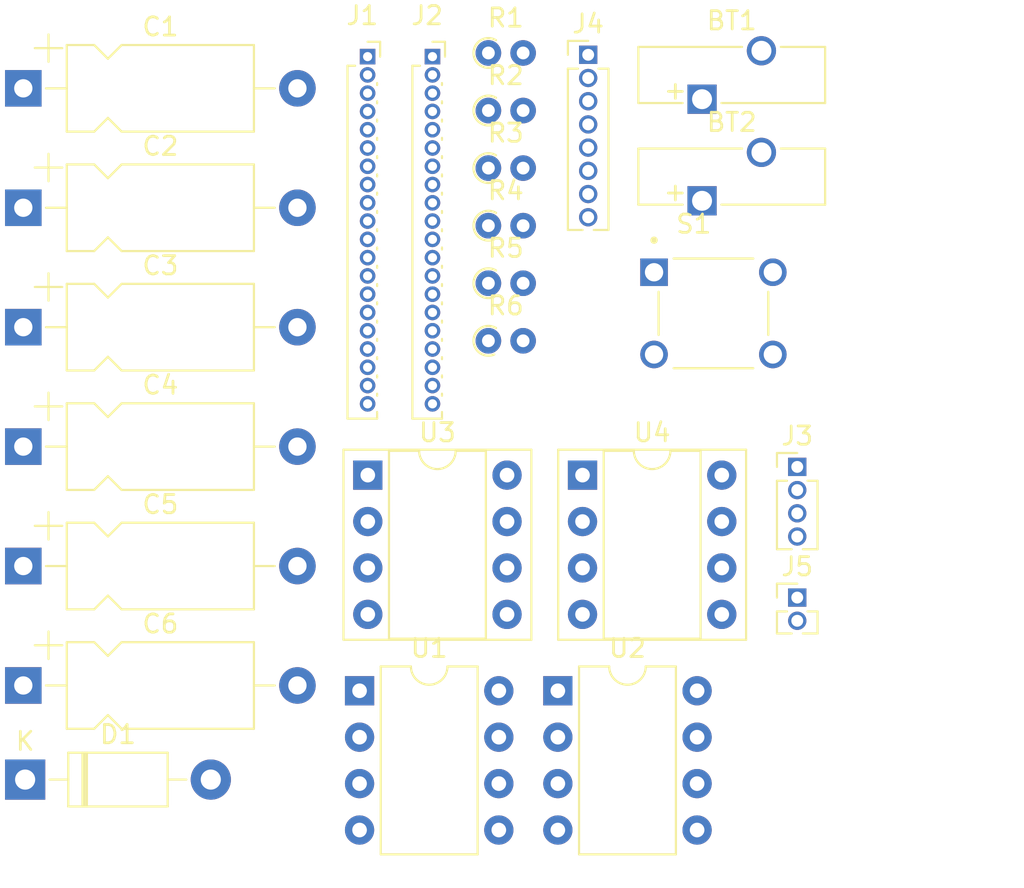
<source format=kicad_pcb>
(kicad_pcb (version 20221018) (generator pcbnew)
  (layers (0 "F.Cu" signal) (31 "B.Cu" signal) (34 "B.Paste" user) (35 "F.Paste" user) (36 "B.SilkS" user "B.Silkscreen") (37 "F.SilkS" user "F.Silkscreen") (38 "B.Mask" user) (39 "F.Mask" user) (44 "Edge.Cuts" user))
  (net 0 "")
  (net 1 "VCC")
  (net 2 "Earth")
  (net 3 "VCCQ")
  (net 4 "Net-(C1-Pad1)")
  (net 5 "Net-(J2-Pin_19)")
  (net 6 "Net-(J3-Pin_1)")
  (net 7 "Net-(J5-Pin_1)")
  (net 8 "Net-(D1-K)")
  (net 9 "Net-(D1-A)")
  (net 10 "Net-(J1-Pin_1)")
  (net 11 "Net-(J1-Pin_2)")
  (net 12 "Net-(J1-Pin_4)")
  (net 13 "Net-(J1-Pin_5)")
  (net 14 "Net-(J1-Pin_6)")
  (net 15 "Net-(J1-Pin_7)")
  (net 27 "Net-(J1-Pin_19)")
  (net 28 "Net-(J1-Pin_20)")
  (net 48 "Net-(U2-THR)")
  (footprint "Connector_PinSocket_1.00mm:PinSocket_1x20_P1.00mm_Vertical" (layer "F.Cu") (at 129.29 46.58)
    (fp_text reference "J1" (at -0.29 -2.25) (layer "F.SilkS"))
    (fp_text value "Pcio Socket 1")
    (fp_line (start -1.1 0.5) (end -1.1 19.81) (stroke (width 0.12)) (layer "F.SilkS"))
    (fp_line (start -1.1 0.5) (end -0.685 0.5) (stroke (width 0.12)) (layer "F.SilkS"))
    (fp_line (start -1.1 19.81) (end 0.52 19.81) (stroke (width 0.12)) (layer "F.SilkS"))
    (fp_line (start 0 -0.81) (end 0.685 -0.81) (stroke (width 0.12)) (layer "F.SilkS"))
    (fp_line (start 0.52 1.445898) (end 0.52 1.554102) (stroke (width 0.12)) (layer "F.SilkS"))
    (fp_line (start 0.52 2.445898) (end 0.52 2.554102) (stroke (width 0.12)) (layer "F.SilkS"))
    (fp_line (start 0.52 3.445898) (end 0.52 3.554102) (stroke (width 0.12)) (layer "F.SilkS"))
    (fp_line (start 0.52 4.445898) (end 0.52 4.554102) (stroke (width 0.12)) (layer "F.SilkS"))
    (fp_line (start 0.52 5.445898) (end 0.52 5.554102) (stroke (width 0.12)) (layer "F.SilkS"))
    (fp_line (start 0.52 6.445898) (end 0.52 6.554102) (stroke (width 0.12)) (layer "F.SilkS"))
    (fp_line (start 0.52 7.445898) (end 0.52 7.554102) (stroke (width 0.12)) (layer "F.SilkS"))
    (fp_line (start 0.52 8.445898) (end 0.52 8.554102) (stroke (width 0.12)) (layer "F.SilkS"))
    (fp_line (start 0.52 9.445898) (end 0.52 9.554102) (stroke (width 0.12)) (layer "F.SilkS"))
    (fp_line (start 0.52 10.445898) (end 0.52 10.554102) (stroke (width 0.12)) (layer "F.SilkS"))
    (fp_line (start 0.52 11.445898) (end 0.52 11.554102) (stroke (width 0.12)) (layer "F.SilkS"))
    (fp_line (start 0.52 12.445898) (end 0.52 12.554102) (stroke (width 0.12)) (layer "F.SilkS"))
    (fp_line (start 0.52 13.445898) (end 0.52 13.554102) (stroke (width 0.12)) (layer "F.SilkS"))
    (fp_line (start 0.52 14.445898) (end 0.52 14.554102) (stroke (width 0.12)) (layer "F.SilkS"))
    (fp_line (start 0.52 15.445898) (end 0.52 15.554102) (stroke (width 0.12)) (layer "F.SilkS"))
    (fp_line (start 0.52 16.445898) (end 0.52 16.554102) (stroke (width 0.12)) (layer "F.SilkS"))
    (fp_line (start 0.52 17.445898) (end 0.52 17.554102) (stroke (width 0.12)) (layer "F.SilkS"))
    (fp_line (start 0.52 18.445898) (end 0.52 18.554102) (stroke (width 0.12)) (layer "F.SilkS"))
    (fp_line (start 0.52 19.445898) (end 0.52 19.81) (stroke (width 0.12)) (layer "F.SilkS"))
    (fp_line (start 0.685 -0.81) (end 0.685 0) (stroke (width 0.12)) (layer "F.SilkS"))
    (pad "1" thru_hole rect (at 0 0) (size 0.85 0.85) (drill 0.5) (layers "*.Cu" "*.Mask") (net 10 "Net-(J1-Pin_1)"))
    (pad "2" thru_hole oval (at 0 1) (size 0.85 0.85) (drill 0.5) (layers "*.Cu" "*.Mask") (net 11 "Net-(J1-Pin_2)"))
    (pad "3" thru_hole oval (at 0 2) (size 0.85 0.85) (drill 0.5) (layers "*.Cu" "*.Mask") (net 2 "Earth"))
    (pad "4" thru_hole oval (at 0 3) (size 0.85 0.85) (drill 0.5) (layers "*.Cu" "*.Mask") (net 12 "Net-(J1-Pin_4)"))
    (pad "5" thru_hole oval (at 0 4) (size 0.85 0.85) (drill 0.5) (layers "*.Cu" "*.Mask") (net 13 "Net-(J1-Pin_5)"))
    (pad "6" thru_hole oval (at 0 5) (size 0.85 0.85) (drill 0.5) (layers "*.Cu" "*.Mask") (net 14 "Net-(J1-Pin_6)"))
    (pad "7" thru_hole oval (at 0 6) (size 0.85 0.85) (drill 0.5) (layers "*.Cu" "*.Mask") (net 15 "Net-(J1-Pin_7)"))
    (pad "8" thru_hole oval (at 0 7) (size 0.85 0.85) (drill 0.5) (layers "*.Cu" "*.Mask"))
    (pad "9" thru_hole oval (at 0 8) (size 0.85 0.85) (drill 0.5) (layers "*.Cu" "*.Mask"))
    (pad "10" thru_hole oval (at 0 9) (size 0.85 0.85) (drill 0.5) (layers "*.Cu" "*.Mask"))
    (pad "11" thru_hole oval (at 0 10) (size 0.85 0.85) (drill 0.5) (layers "*.Cu" "*.Mask"))
    (pad "12" thru_hole oval (at 0 11) (size 0.85 0.85) (drill 0.5) (layers "*.Cu" "*.Mask"))
    (pad "13" thru_hole oval (at 0 12) (size 0.85 0.85) (drill 0.5) (layers "*.Cu" "*.Mask"))
    (pad "14" thru_hole oval (at 0 13) (size 0.85 0.85) (drill 0.5) (layers "*.Cu" "*.Mask"))
    (pad "15" thru_hole oval (at 0 14) (size 0.85 0.85) (drill 0.5) (layers "*.Cu" "*.Mask"))
    (pad "16" thru_hole oval (at 0 15) (size 0.85 0.85) (drill 0.5) (layers "*.Cu" "*.Mask"))
    (pad "17" thru_hole oval (at 0 16) (size 0.85 0.85) (drill 0.5) (layers "*.Cu" "*.Mask"))
    (pad "18" thru_hole oval (at 0 17) (size 0.85 0.85) (drill 0.5) (layers "*.Cu" "*.Mask"))
    (pad "19" thru_hole oval (at 0 18) (size 0.85 0.85) (drill 0.5) (layers "*.Cu" "*.Mask") (net 27 "Net-(J1-Pin_19)"))
    (pad "20" thru_hole oval (at 0 19) (size 0.85 0.85) (drill 0.5) (layers "*.Cu" "*.Mask") (net 28 "Net-(J1-Pin_20)"))
  )
  (footprint "Capacitor_THT:CP_Axial_L10.0mm_D4.5mm_P15.00mm_Horizontal" (layer "F.Cu") (at 110.45 74.455)
    (fp_text reference "C5" (at 7.5 -3.37) (layer "F.SilkS"))
    (fp_text value "0.47uF")
    (fp_line (start 0.63 -2.2) (end 2.13 -2.2) (stroke (width 0.12)) (layer "F.SilkS"))
    (fp_line (start 1.24 0) (end 2.38 0) (stroke (width 0.12)) (layer "F.SilkS"))
    (fp_line (start 1.38 -2.95) (end 1.38 -1.45) (stroke (width 0.12)) (layer "F.SilkS"))
    (fp_line (start 2.38 -2.37) (end 2.38 2.37) (stroke (width 0.12)) (layer "F.SilkS"))
    (fp_line (start 2.38 -2.37) (end 3.88 -2.37) (stroke (width 0.12)) (layer "F.SilkS"))
    (fp_line (start 2.38 2.37) (end 3.88 2.37) (stroke (width 0.12)) (layer "F.SilkS"))
    (fp_line (start 3.88 -2.37) (end 4.63 -1.62) (stroke (width 0.12)) (layer "F.SilkS"))
    (fp_line (start 3.88 2.37) (end 4.63 1.62) (stroke (width 0.12)) (layer "F.SilkS"))
    (fp_line (start 4.63 -1.62) (end 5.38 -2.37) (stroke (width 0.12)) (layer "F.SilkS"))
    (fp_line (start 4.63 1.62) (end 5.38 2.37) (stroke (width 0.12)) (layer "F.SilkS"))
    (fp_line (start 5.38 -2.37) (end 12.62 -2.37) (stroke (width 0.12)) (layer "F.SilkS"))
    (fp_line (start 5.38 2.37) (end 12.62 2.37) (stroke (width 0.12)) (layer "F.SilkS"))
    (fp_line (start 12.62 -2.37) (end 12.62 2.37) (stroke (width 0.12)) (layer "F.SilkS"))
    (fp_line (start 13.76 0) (end 12.62 0) (stroke (width 0.12)) (layer "F.SilkS"))
    (pad "1" thru_hole rect (at 0 0) (size 2 2) (drill 1) (layers "*.Cu" "*.Mask") (net 3 "VCCQ"))
    (pad "2" thru_hole oval (at 15 0) (size 2 2) (drill 1) (layers "*.Cu" "*.Mask") (net 2 "Earth"))
  )
  (footprint "Resistor_THT:R_Axial_DIN0204_L3.6mm_D1.6mm_P1.90mm_Vertical" (layer "F.Cu") (at 135.9 46.38)
    (fp_text reference "R1" (at 0.95 -1.92) (layer "F.SilkS"))
    (fp_text value "100KOhms")
    (fp_arc (start 0.320095 0.749359) (mid -0.813042 -0.054435) (end 0.417133 -0.7) (stroke (width 0.12)) (layer "F.SilkS"))
    (pad "1" thru_hole circle (at 0 0) (size 1.4 1.4) (drill 0.7) (layers "*.Cu" "*.Mask") (net 4 "Net-(C1-Pad1)"))
    (pad "2" thru_hole oval (at 1.9 0) (size 1.4 1.4) (drill 0.7) (layers "*.Cu" "*.Mask") (net 9 "Net-(D1-A)"))
  )
  (footprint "Capacitor_THT:CP_Axial_L10.0mm_D4.5mm_P15.00mm_Horizontal" (layer "F.Cu") (at 110.45 80.99)
    (fp_text reference "C6" (at 7.5 -3.37) (layer "F.SilkS"))
    (fp_text value "0.1uF")
    (fp_line (start 0.63 -2.2) (end 2.13 -2.2) (stroke (width 0.12)) (layer "F.SilkS"))
    (fp_line (start 1.24 0) (end 2.38 0) (stroke (width 0.12)) (layer "F.SilkS"))
    (fp_line (start 1.38 -2.95) (end 1.38 -1.45) (stroke (width 0.12)) (layer "F.SilkS"))
    (fp_line (start 2.38 -2.37) (end 2.38 2.37) (stroke (width 0.12)) (layer "F.SilkS"))
    (fp_line (start 2.38 -2.37) (end 3.88 -2.37) (stroke (width 0.12)) (layer "F.SilkS"))
    (fp_line (start 2.38 2.37) (end 3.88 2.37) (stroke (width 0.12)) (layer "F.SilkS"))
    (fp_line (start 3.88 -2.37) (end 4.63 -1.62) (stroke (width 0.12)) (layer "F.SilkS"))
    (fp_line (start 3.88 2.37) (end 4.63 1.62) (stroke (width 0.12)) (layer "F.SilkS"))
    (fp_line (start 4.63 -1.62) (end 5.38 -2.37) (stroke (width 0.12)) (layer "F.SilkS"))
    (fp_line (start 4.63 1.62) (end 5.38 2.37) (stroke (width 0.12)) (layer "F.SilkS"))
    (fp_line (start 5.38 -2.37) (end 12.62 -2.37) (stroke (width 0.12)) (layer "F.SilkS"))
    (fp_line (start 5.38 2.37) (end 12.62 2.37) (stroke (width 0.12)) (layer "F.SilkS"))
    (fp_line (start 12.62 -2.37) (end 12.62 2.37) (stroke (width 0.12)) (layer "F.SilkS"))
    (fp_line (start 13.76 0) (end 12.62 0) (stroke (width 0.12)) (layer "F.SilkS"))
    (pad "1" thru_hole rect (at 0 0) (size 2 2) (drill 1) (layers "*.Cu" "*.Mask") (net 7 "Net-(J5-Pin_1)"))
    (pad "2" thru_hole oval (at 15 0) (size 2 2) (drill 1) (layers "*.Cu" "*.Mask") (net 2 "Earth"))
  )
  (footprint "Package_DIP:DIP-8_W7.62mm_Socket" (layer "F.Cu") (at 129.3 69.48)
    (fp_text reference "U3" (at 3.81 -2.33) (layer "F.SilkS"))
    (fp_text value "5V Voltage Regulator 2")
    (fp_line (start -1.33 -1.39) (end -1.33 9.01) (stroke (width 0.12)) (layer "F.SilkS"))
    (fp_line (start -1.33 9.01) (end 8.95 9.01) (stroke (width 0.12)) (layer "F.SilkS"))
    (fp_line (start 1.16 -1.33) (end 1.16 8.95) (stroke (width 0.12)) (layer "F.SilkS"))
    (fp_line (start 1.16 8.95) (end 6.46 8.95) (stroke (width 0.12)) (layer "F.SilkS"))
    (fp_line (start 2.81 -1.33) (end 1.16 -1.33) (stroke (width 0.12)) (layer "F.SilkS"))
    (fp_line (start 6.46 -1.33) (end 4.81 -1.33) (stroke (width 0.12)) (layer "F.SilkS"))
    (fp_line (start 6.46 8.95) (end 6.46 -1.33) (stroke (width 0.12)) (layer "F.SilkS"))
    (fp_line (start 8.95 -1.39) (end -1.33 -1.39) (stroke (width 0.12)) (layer "F.SilkS"))
    (fp_line (start 8.95 9.01) (end 8.95 -1.39) (stroke (width 0.12)) (layer "F.SilkS"))
    (fp_arc (start 4.81 -1.33) (mid 3.81 -0.33) (end 2.81 -1.33) (stroke (width 0.12)) (layer "F.SilkS"))
    (pad "1" thru_hole rect (at 0 0) (size 1.6 1.6) (drill 0.8) (layers "*.Cu" "*.Mask") (net 3 "VCCQ"))
    (pad "2" thru_hole oval (at 0 2.54) (size 1.6 1.6) (drill 0.8) (layers "*.Cu" "*.Mask") (net 2 "Earth"))
    (pad "3" thru_hole oval (at 0 5.08) (size 1.6 1.6) (drill 0.8) (layers "*.Cu" "*.Mask") (net 7 "Net-(J5-Pin_1)"))
    (pad "4" thru_hole oval (at 0 7.62) (size 1.6 1.6) (drill 0.8) (layers "*.Cu" "*.Mask"))
    (pad "5" thru_hole oval (at 7.62 7.62) (size 1.6 1.6) (drill 0.8) (layers "*.Cu" "*.Mask"))
    (pad "6" thru_hole oval (at 7.62 5.08) (size 1.6 1.6) (drill 0.8) (layers "*.Cu" "*.Mask"))
    (pad "7" thru_hole oval (at 7.62 2.54) (size 1.6 1.6) (drill 0.8) (layers "*.Cu" "*.Mask"))
    (pad "8" thru_hole oval (at 7.62 0) (size 1.6 1.6) (drill 0.8) (layers "*.Cu" "*.Mask"))
  )
  (footprint "Resistor_THT:R_Axial_DIN0204_L3.6mm_D1.6mm_P1.90mm_Vertical" (layer "F.Cu") (at 135.9 49.53)
    (fp_text reference "R2" (at 0.95 -1.92) (layer "F.SilkS"))
    (fp_text value "10KOhms")
    (fp_arc (start 0.320095 0.749359) (mid -0.813042 -0.054435) (end 0.417133 -0.7) (stroke (width 0.12)) (layer "F.SilkS"))
    (pad "1" thru_hole circle (at 0 0) (size 1.4 1.4) (drill 0.7) (layers "*.Cu" "*.Mask") (net 2 "Earth"))
    (pad "2" thru_hole oval (at 1.9 0) (size 1.4 1.4) (drill 0.7) (layers "*.Cu" "*.Mask") (net 48 "Net-(U2-THR)"))
  )
  (footprint "Package_DIP:DIP-8_W7.62mm" (layer "F.Cu") (at 128.85 81.28)
    (fp_text reference "U1" (at 3.81 -2.33) (layer "F.SilkS"))
    (fp_text value "3.3V Voltage Regulator")
    (fp_line (start 1.16 -1.33) (end 1.16 8.95) (stroke (width 0.12)) (layer "F.SilkS"))
    (fp_line (start 1.16 8.95) (end 6.46 8.95) (stroke (width 0.12)) (layer "F.SilkS"))
    (fp_line (start 2.81 -1.33) (end 1.16 -1.33) (stroke (width 0.12)) (layer "F.SilkS"))
    (fp_line (start 6.46 -1.33) (end 4.81 -1.33) (stroke (width 0.12)) (layer "F.SilkS"))
    (fp_line (start 6.46 8.95) (end 6.46 -1.33) (stroke (width 0.12)) (layer "F.SilkS"))
    (fp_arc (start 4.81 -1.33) (mid 3.81 -0.33) (end 2.81 -1.33) (stroke (width 0.12)) (layer "F.SilkS"))
    (pad "1" thru_hole rect (at 0 0) (size 1.6 1.6) (drill 0.8) (layers "*.Cu" "*.Mask") (net 5 "Net-(J2-Pin_19)"))
    (pad "2" thru_hole oval (at 0 2.54) (size 1.6 1.6) (drill 0.8) (layers "*.Cu" "*.Mask"))
    (pad "3" thru_hole oval (at 0 5.08) (size 1.6 1.6) (drill 0.8) (layers "*.Cu" "*.Mask") (net 2 "Earth"))
    (pad "4" thru_hole oval (at 0 7.62) (size 1.6 1.6) (drill 0.8) (layers "*.Cu" "*.Mask"))
    (pad "5" thru_hole oval (at 7.62 7.62) (size 1.6 1.6) (drill 0.8) (layers "*.Cu" "*.Mask"))
    (pad "6" thru_hole oval (at 7.62 5.08) (size 1.6 1.6) (drill 0.8) (layers "*.Cu" "*.Mask"))
    (pad "7" thru_hole oval (at 7.62 2.54) (size 1.6 1.6) (drill 0.8) (layers "*.Cu" "*.Mask"))
    (pad "8" thru_hole oval (at 7.62 0) (size 1.6 1.6) (drill 0.8) (layers "*.Cu" "*.Mask") (net 8 "Net-(D1-K)"))
  )
  (footprint "Resistor_THT:R_Axial_DIN0204_L3.6mm_D1.6mm_P1.90mm_Vertical" (layer "F.Cu") (at 135.9 62.13)
    (fp_text reference "R6" (at 0.95 -1.92) (layer "F.SilkS"))
    (fp_text value "10Ohms")
    (fp_arc (start 0.320095 0.749359) (mid -0.813042 -0.054435) (end 0.417133 -0.7) (stroke (width 0.12)) (layer "F.SilkS"))
    (pad "1" thru_hole circle (at 0 0) (size 1.4 1.4) (drill 0.7) (layers "*.Cu" "*.Mask") (net 2 "Earth"))
    (pad "2" thru_hole oval (at 1.9 0) (size 1.4 1.4) (drill 0.7) (layers "*.Cu" "*.Mask") (net 7 "Net-(J5-Pin_1)"))
  )
  (footprint "Resistor_THT:R_Axial_DIN0204_L3.6mm_D1.6mm_P1.90mm_Vertical" (layer "F.Cu") (at 135.9 52.68)
    (fp_text reference "R3" (at 0.95 -1.92) (layer "F.SilkS"))
    (fp_text value "10KOhms")
    (fp_arc (start 0.320095 0.749359) (mid -0.813042 -0.054435) (end 0.417133 -0.7) (stroke (width 0.12)) (layer "F.SilkS"))
    (pad "1" thru_hole circle (at 0 0) (size 1.4 1.4) (drill 0.7) (layers "*.Cu" "*.Mask") (net 48 "Net-(U2-THR)"))
    (pad "2" thru_hole oval (at 1.9 0) (size 1.4 1.4) (drill 0.7) (layers "*.Cu" "*.Mask") (net 1 "VCC"))
  )
  (footprint "Package_DIP:DIP-8_W7.62mm" (layer "F.Cu") (at 139.7 81.28)
    (fp_text reference "U2" (at 3.81 -2.33) (layer "F.SilkS"))
    (fp_text value "555 Timer")
    (fp_line (start 1.16 -1.33) (end 1.16 8.95) (stroke (width 0.12)) (layer "F.SilkS"))
    (fp_line (start 1.16 8.95) (end 6.46 8.95) (stroke (width 0.12)) (layer "F.SilkS"))
    (fp_line (start 2.81 -1.33) (end 1.16 -1.33) (stroke (width 0.12)) (layer "F.SilkS"))
    (fp_line (start 6.46 -1.33) (end 4.81 -1.33) (stroke (width 0.12)) (layer "F.SilkS"))
    (fp_line (start 6.46 8.95) (end 6.46 -1.33) (stroke (width 0.12)) (layer "F.SilkS"))
    (fp_arc (start 4.81 -1.33) (mid 3.81 -0.33) (end 2.81 -1.33) (stroke (width 0.12)) (layer "F.SilkS"))
    (pad "1" thru_hole rect (at 0 0) (size 1.6 1.6) (drill 0.8) (layers "*.Cu" "*.Mask") (net 2 "Earth"))
    (pad "2" thru_hole oval (at 0 2.54) (size 1.6 1.6) (drill 0.8) (layers "*.Cu" "*.Mask") (net 48 "Net-(U2-THR)"))
    (pad "3" thru_hole oval (at 0 5.08) (size 1.6 1.6) (drill 0.8) (layers "*.Cu" "*.Mask") (net 9 "Net-(D1-A)"))
    (pad "4" thru_hole oval (at 0 7.62) (size 1.6 1.6) (drill 0.8) (layers "*.Cu" "*.Mask") (net 1 "VCC"))
    (pad "5" thru_hole oval (at 7.62 7.62) (size 1.6 1.6) (drill 0.8) (layers "*.Cu" "*.Mask"))
    (pad "6" thru_hole oval (at 7.62 5.08) (size 1.6 1.6) (drill 0.8) (layers "*.Cu" "*.Mask") (net 48 "Net-(U2-THR)"))
    (pad "7" thru_hole oval (at 7.62 2.54) (size 1.6 1.6) (drill 0.8) (layers "*.Cu" "*.Mask"))
    (pad "8" thru_hole oval (at 7.62 0) (size 1.6 1.6) (drill 0.8) (layers "*.Cu" "*.Mask") (net 1 "VCC"))
  )
  (footprint "Battery:Battery_Panasonic_CR1025-VSK_Vertical_CircularHoles" (layer "F.Cu") (at 147.59 54.47)
    (fp_text reference "BT2" (at 1.625 -4.3) (layer "F.SilkS"))
    (fp_text value "Battery")
    (fp_text user "+" (at -1.46 -0.5) (layer "F.SilkS"))
    (fp_line (start -3.485 -2.86) (end 2.19 -2.86) (stroke (width 0.12)) (layer "F.SilkS"))
    (fp_line (start -3.485 0.21) (end -3.485 -2.86) (stroke (width 0.12)) (layer "F.SilkS"))
    (fp_line (start -3.485 0.21) (end -1.06 0.21) (stroke (width 0.12)) (layer "F.SilkS"))
    (fp_line (start 1.06 0.21) (end 6.735 0.21) (stroke (width 0.12)) (layer "F.SilkS"))
    (fp_line (start 4.31 -2.86) (end 6.735 -2.86) (stroke (width 0.12)) (layer "F.SilkS"))
    (fp_line (start 6.735 0.21) (end 6.735 -2.86) (stroke (width 0.12)) (layer "F.SilkS"))
    (pad "1" thru_hole rect (at 0 0) (size 1.6 1.6) (drill 1.09) (layers "*.Cu" "*.Mask") (net 3 "VCCQ"))
    (pad "2" thru_hole circle (at 3.25 -2.65) (size 1.6 1.6) (drill 1.09) (layers "*.Cu" "*.Mask") (net 2 "Earth"))
  )
  (footprint "TS02-66-60-BK-100-LCR-D:SW_TS02-66-60-BK-160-LCR-D" (layer "F.Cu") (at 148.214 60.629)
    (fp_text reference "S1" (at -1.079 -4.889) (layer "F.SilkS"))
    (fp_text value "Push Button")
    (fp_line (start -3 -1.176) (end -3 1.176) (stroke (width 0.127)) (layer "F.SilkS"))
    (fp_line (start -2.176 -3) (end 2.176 -3) (stroke (width 0.127)) (layer "F.SilkS"))
    (fp_line (start -2.176 3) (end 2.176 3) (stroke (width 0.127)) (layer "F.SilkS"))
    (fp_line (start 3 -1.176) (end 3 1.176) (stroke (width 0.127)) (layer "F.SilkS"))
    (fp_circle (center -3.25 -4.004) (end -3.15 -4.004) (stroke (width 0.2)) (fill none) (layer "F.SilkS"))
    (pad "1" thru_hole rect (at -3.25 -2.25) (size 1.508 1.508) (drill 1) (layers "*.Cu" "*.Mask") (net 4 "Net-(C1-Pad1)"))
    (pad "2" thru_hole circle (at 3.25 -2.25) (size 1.508 1.508) (drill 1) (layers "*.Cu" "*.Mask"))
    (pad "3" thru_hole circle (at -3.25 2.25) (size 1.508 1.508) (drill 1) (layers "*.Cu" "*.Mask"))
    (pad "4" thru_hole circle (at 3.25 2.25) (size 1.508 1.508) (drill 1) (layers "*.Cu" "*.Mask") (net 48 "Net-(U2-THR)"))
  )
  (footprint "Capacitor_THT:CP_Axial_L10.0mm_D4.5mm_P15.00mm_Horizontal" (layer "F.Cu") (at 110.45 54.85)
    (fp_text reference "C2" (at 7.5 -3.37) (layer "F.SilkS"))
    (fp_text value "1uF")
    (fp_line (start 0.63 -2.2) (end 2.13 -2.2) (stroke (width 0.12)) (layer "F.SilkS"))
    (fp_line (start 1.24 0) (end 2.38 0) (stroke (width 0.12)) (layer "F.SilkS"))
    (fp_line (start 1.38 -2.95) (end 1.38 -1.45) (stroke (width 0.12)) (layer "F.SilkS"))
    (fp_line (start 2.38 -2.37) (end 2.38 2.37) (stroke (width 0.12)) (layer "F.SilkS"))
    (fp_line (start 2.38 -2.37) (end 3.88 -2.37) (stroke (width 0.12)) (layer "F.SilkS"))
    (fp_line (start 2.38 2.37) (end 3.88 2.37) (stroke (width 0.12)) (layer "F.SilkS"))
    (fp_line (start 3.88 -2.37) (end 4.63 -1.62) (stroke (width 0.12)) (layer "F.SilkS"))
    (fp_line (start 3.88 2.37) (end 4.63 1.62) (stroke (width 0.12)) (layer "F.SilkS"))
    (fp_line (start 4.63 -1.62) (end 5.38 -2.37) (stroke (width 0.12)) (layer "F.SilkS"))
    (fp_line (start 4.63 1.62) (end 5.38 2.37) (stroke (width 0.12)) (layer "F.SilkS"))
    (fp_line (start 5.38 -2.37) (end 12.62 -2.37) (stroke (width 0.12)) (layer "F.SilkS"))
    (fp_line (start 5.38 2.37) (end 12.62 2.37) (stroke (width 0.12)) (layer "F.SilkS"))
    (fp_line (start 12.62 -2.37) (end 12.62 2.37) (stroke (width 0.12)) (layer "F.SilkS"))
    (fp_line (start 13.76 0) (end 12.62 0) (stroke (width 0.12)) (layer "F.SilkS"))
    (pad "1" thru_hole rect (at 0 0) (size 2 2) (drill 1) (layers "*.Cu" "*.Mask") (net 5 "Net-(J2-Pin_19)"))
    (pad "2" thru_hole oval (at 15 0) (size 2 2) (drill 1) (layers "*.Cu" "*.Mask") (net 2 "Earth"))
  )
  (footprint "Connector_PinHeader_1.27mm:PinHeader_1x08_P1.27mm_Vertical" (layer "F.Cu") (at 141.36 46.48)
    (fp_text reference "J4" (at 0 -1.695) (layer "F.SilkS"))
    (fp_text value "Car")
    (fp_line (start -1.11 -0.76) (end 0 -0.76) (stroke (width 0.12)) (layer "F.SilkS"))
    (fp_line (start -1.11 0) (end -1.11 -0.76) (stroke (width 0.12)) (layer "F.SilkS"))
    (fp_line (start -1.11 0.76) (end -1.11 9.585) (stroke (width 0.12)) (layer "F.SilkS"))
    (fp_line (start -1.11 0.76) (end -0.563471 0.76) (stroke (width 0.12)) (layer "F.SilkS"))
    (fp_line (start -1.11 9.585) (end -0.30753 9.585) (stroke (width 0.12)) (layer "F.SilkS"))
    (fp_line (start 0.30753 9.585) (end 1.11 9.585) (stroke (width 0.12)) (layer "F.SilkS"))
    (fp_line (start 0.563471 0.76) (end 1.11 0.76) (stroke (width 0.12)) (layer "F.SilkS"))
    (fp_line (start 1.11 0.76) (end 1.11 9.585) (stroke (width 0.12)) (layer "F.SilkS"))
    (pad "1" thru_hole rect (at 0 0) (size 1 1) (drill 0.65) (layers "*.Cu" "*.Mask") (net 3 "VCCQ"))
    (pad "2" thru_hole oval (at 0 1.27) (size 1 1) (drill 0.65) (layers "*.Cu" "*.Mask") (net 2 "Earth"))
    (pad "3" thru_hole oval (at 0 2.54) (size 1 1) (drill 0.65) (layers "*.Cu" "*.Mask") (net 10 "Net-(J1-Pin_1)"))
    (pad "4" thru_hole oval (at 0 3.81) (size 1 1) (drill 0.65) (layers "*.Cu" "*.Mask") (net 11 "Net-(J1-Pin_2)"))
    (pad "5" thru_hole oval (at 0 5.08) (size 1 1) (drill 0.65) (layers "*.Cu" "*.Mask") (net 12 "Net-(J1-Pin_4)"))
    (pad "6" thru_hole oval (at 0 6.35) (size 1 1) (drill 0.65) (layers "*.Cu" "*.Mask") (net 13 "Net-(J1-Pin_5)"))
    (pad "7" thru_hole oval (at 0 7.62) (size 1 1) (drill 0.65) (layers "*.Cu" "*.Mask") (net 14 "Net-(J1-Pin_6)"))
    (pad "8" thru_hole oval (at 0 8.89) (size 1 1) (drill 0.65) (layers "*.Cu" "*.Mask") (net 15 "Net-(J1-Pin_7)"))
  )
  (footprint "Battery:Battery_Panasonic_CR1025-VSK_Vertical_CircularHoles" (layer "F.Cu") (at 147.59 48.91)
    (fp_text reference "BT1" (at 1.625 -4.3) (layer "F.SilkS"))
    (fp_text value "Battery")
    (fp_text user "+" (at -1.46 -0.5) (layer "F.SilkS"))
    (fp_line (start -3.485 -2.86) (end 2.19 -2.86) (stroke (width 0.12)) (layer "F.SilkS"))
    (fp_line (start -3.485 0.21) (end -3.485 -2.86) (stroke (width 0.12)) (layer "F.SilkS"))
    (fp_line (start -3.485 0.21) (end -1.06 0.21) (stroke (width 0.12)) (layer "F.SilkS"))
    (fp_line (start 1.06 0.21) (end 6.735 0.21) (stroke (width 0.12)) (layer "F.SilkS"))
    (fp_line (start 4.31 -2.86) (end 6.735 -2.86) (stroke (width 0.12)) (layer "F.SilkS"))
    (fp_line (start 6.735 0.21) (end 6.735 -2.86) (stroke (width 0.12)) (layer "F.SilkS"))
    (pad "1" thru_hole rect (at 0 0) (size 1.6 1.6) (drill 1.09) (layers "*.Cu" "*.Mask") (net 1 "VCC"))
    (pad "2" thru_hole circle (at 3.25 -2.65) (size 1.6 1.6) (drill 1.09) (layers "*.Cu" "*.Mask") (net 2 "Earth"))
  )
  (footprint "Package_DIP:DIP-8_W7.62mm_Socket" (layer "F.Cu") (at 141.05 69.48)
    (fp_text reference "U4" (at 3.81 -2.33) (layer "F.SilkS"))
    (fp_text value "5V Voltage Regulator 1")
    (fp_line (start -1.33 -1.39) (end -1.33 9.01) (stroke (width 0.12)) (layer "F.SilkS"))
    (fp_line (start -1.33 9.01) (end 8.95 9.01) (stroke (width 0.12)) (layer "F.SilkS"))
    (fp_line (start 1.16 -1.33) (end 1.16 8.95) (stroke (width 0.12)) (layer "F.SilkS"))
    (fp_line (start 1.16 8.95) (end 6.46 8.95) (stroke (width 0.12)) (layer "F.SilkS"))
    (fp_line (start 2.81 -1.33) (end 1.16 -1.33) (stroke (width 0.12)) (layer "F.SilkS"))
    (fp_line (start 6.46 -1.33) (end 4.81 -1.33) (stroke (width 0.12)) (layer "F.SilkS"))
    (fp_line (start 6.46 8.95) (end 6.46 -1.33) (stroke (width 0.12)) (layer "F.SilkS"))
    (fp_line (start 8.95 -1.39) (end -1.33 -1.39) (stroke (width 0.12)) (layer "F.SilkS"))
    (fp_line (start 8.95 9.01) (end 8.95 -1.39) (stroke (width 0.12)) (layer "F.SilkS"))
    (fp_arc (start 4.81 -1.33) (mid 3.81 -0.33) (end 2.81 -1.33) (stroke (width 0.12)) (layer "F.SilkS"))
    (pad "1" thru_hole rect (at 0 0) (size 1.6 1.6) (drill 0.8) (layers "*.Cu" "*.Mask") (net 1 "VCC"))
    (pad "2" thru_hole oval (at 0 2.54) (size 1.6 1.6) (drill 0.8) (layers "*.Cu" "*.Mask") (net 2 "Earth"))
    (pad "3" thru_hole oval (at 0 5.08) (size 1.6 1.6) (drill 0.8) (layers "*.Cu" "*.Mask") (net 6 "Net-(J3-Pin_1)"))
    (pad "4" thru_hole oval (at 0 7.62) (size 1.6 1.6) (drill 0.8) (layers "*.Cu" "*.Mask"))
    (pad "5" thru_hole oval (at 7.62 7.62) (size 1.6 1.6) (drill 0.8) (layers "*.Cu" "*.Mask"))
    (pad "6" thru_hole oval (at 7.62 5.08) (size 1.6 1.6) (drill 0.8) (layers "*.Cu" "*.Mask"))
    (pad "7" thru_hole oval (at 7.62 2.54) (size 1.6 1.6) (drill 0.8) (layers "*.Cu" "*.Mask"))
    (pad "8" thru_hole oval (at 7.62 0) (size 1.6 1.6) (drill 0.8) (layers "*.Cu" "*.Mask"))
  )
  (footprint "Capacitor_THT:CP_Axial_L10.0mm_D4.5mm_P15.00mm_Horizontal" (layer "F.Cu") (at 110.45 48.315)
    (fp_text reference "C1" (at 7.5 -3.37) (layer "F.SilkS"))
    (fp_text value "1uF")
    (fp_line (start 0.63 -2.2) (end 2.13 -2.2) (stroke (width 0.12)) (layer "F.SilkS"))
    (fp_line (start 1.24 0) (end 2.38 0) (stroke (width 0.12)) (layer "F.SilkS"))
    (fp_line (start 1.38 -2.95) (end 1.38 -1.45) (stroke (width 0.12)) (layer "F.SilkS"))
    (fp_line (start 2.38 -2.37) (end 2.38 2.37) (stroke (width 0.12)) (layer "F.SilkS"))
    (fp_line (start 2.38 -2.37) (end 3.88 -2.37) (stroke (width 0.12)) (layer "F.SilkS"))
    (fp_line (start 2.38 2.37) (end 3.88 2.37) (stroke (width 0.12)) (layer "F.SilkS"))
    (fp_line (start 3.88 -2.37) (end 4.63 -1.62) (stroke (width 0.12)) (layer "F.SilkS"))
    (fp_line (start 3.88 2.37) (end 4.63 1.62) (stroke (width 0.12)) (layer "F.SilkS"))
    (fp_line (start 4.63 -1.62) (end 5.38 -2.37) (stroke (width 0.12)) (layer "F.SilkS"))
    (fp_line (start 4.63 1.62) (end 5.38 2.37) (stroke (width 0.12)) (layer "F.SilkS"))
    (fp_line (start 5.38 -2.37) (end 12.62 -2.37) (stroke (width 0.12)) (layer "F.SilkS"))
    (fp_line (start 5.38 2.37) (end 12.62 2.37) (stroke (width 0.12)) (layer "F.SilkS"))
    (fp_line (start 12.62 -2.37) (end 12.62 2.37) (stroke (width 0.12)) (layer "F.SilkS"))
    (fp_line (start 13.76 0) (end 12.62 0) (stroke (width 0.12)) (layer "F.SilkS"))
    (pad "1" thru_hole rect (at 0 0) (size 2 2) (drill 1) (layers "*.Cu" "*.Mask") (net 4 "Net-(C1-Pad1)"))
    (pad "2" thru_hole oval (at 15 0) (size 2 2) (drill 1) (layers "*.Cu" "*.Mask") (net 2 "Earth"))
  )
  (footprint "Connector_PinHeader_1.27mm:PinHeader_1x02_P1.27mm_Vertical" (layer "F.Cu") (at 152.8 76.18)
    (fp_text reference "J5" (at 0 -1.695) (layer "F.SilkS"))
    (fp_text value "Camera")
    (fp_line (start -1.11 -0.76) (end 0 -0.76) (stroke (width 0.12)) (layer "F.SilkS"))
    (fp_line (start -1.11 0) (end -1.11 -0.76) (stroke (width 0.12)) (layer "F.SilkS"))
    (fp_line (start -1.11 0.76) (end -1.11 1.965) (stroke (width 0.12)) (layer "F.SilkS"))
    (fp_line (start -1.11 0.76) (end -0.563471 0.76) (stroke (width 0.12)) (layer "F.SilkS"))
    (fp_line (start -1.11 1.965) (end -0.30753 1.965) (stroke (width 0.12)) (layer "F.SilkS"))
    (fp_line (start 0.30753 1.965) (end 1.11 1.965) (stroke (width 0.12)) (layer "F.SilkS"))
    (fp_line (start 0.563471 0.76) (end 1.11 0.76) (stroke (width 0.12)) (layer "F.SilkS"))
    (fp_line (start 1.11 0.76) (end 1.11 1.965) (stroke (width 0.12)) (layer "F.SilkS"))
    (pad "1" thru_hole rect (at 0 0) (size 1 1) (drill 0.65) (layers "*.Cu" "*.Mask") (net 7 "Net-(J5-Pin_1)"))
    (pad "2" thru_hole oval (at 0 1.27) (size 1 1) (drill 0.65) (layers "*.Cu" "*.Mask") (net 2 "Earth"))
  )
  (footprint "Resistor_THT:R_Axial_DIN0204_L3.6mm_D1.6mm_P1.90mm_Vertical" (layer "F.Cu") (at 135.9 55.83)
    (fp_text reference "R4" (at 0.95 -1.92) (layer "F.SilkS"))
    (fp_text value "270Ohms")
    (fp_arc (start 0.320095 0.749359) (mid -0.813042 -0.054435) (end 0.417133 -0.7) (stroke (width 0.12)) (layer "F.SilkS"))
    (pad "1" thru_hole circle (at 0 0) (size 1.4 1.4) (drill 0.7) (layers "*.Cu" "*.Mask") (net 2 "Earth"))
    (pad "2" thru_hole oval (at 1.9 0) (size 1.4 1.4) (drill 0.7) (layers "*.Cu" "*.Mask") (net 6 "Net-(J3-Pin_1)"))
  )
  (footprint "Capacitor_THT:CP_Axial_L10.0mm_D4.5mm_P15.00mm_Horizontal" (layer "F.Cu") (at 110.45 67.92)
    (fp_text reference "C4" (at 7.5 -3.37) (layer "F.SilkS"))
    (fp_text value "0.1uF")
    (fp_line (start 0.63 -2.2) (end 2.13 -2.2) (stroke (width 0.12)) (layer "F.SilkS"))
    (fp_line (start 1.24 0) (end 2.38 0) (stroke (width 0.12)) (layer "F.SilkS"))
    (fp_line (start 1.38 -2.95) (end 1.38 -1.45) (stroke (width 0.12)) (layer "F.SilkS"))
    (fp_line (start 2.38 -2.37) (end 2.38 2.37) (stroke (width 0.12)) (layer "F.SilkS"))
    (fp_line (start 2.38 -2.37) (end 3.88 -2.37) (stroke (width 0.12)) (layer "F.SilkS"))
    (fp_line (start 2.38 2.37) (end 3.88 2.37) (stroke (width 0.12)) (layer "F.SilkS"))
    (fp_line (start 3.88 -2.37) (end 4.63 -1.62) (stroke (width 0.12)) (layer "F.SilkS"))
    (fp_line (start 3.88 2.37) (end 4.63 1.62) (stroke (width 0.12)) (layer "F.SilkS"))
    (fp_line (start 4.63 -1.62) (end 5.38 -2.37) (stroke (width 0.12)) (layer "F.SilkS"))
    (fp_line (start 4.63 1.62) (end 5.38 2.37) (stroke (width 0.12)) (layer "F.SilkS"))
    (fp_line (start 5.38 -2.37) (end 12.62 -2.37) (stroke (width 0.12)) (layer "F.SilkS"))
    (fp_line (start 5.38 2.37) (end 12.62 2.37) (stroke (width 0.12)) (layer "F.SilkS"))
    (fp_line (start 12.62 -2.37) (end 12.62 2.37) (stroke (width 0.12)) (layer "F.SilkS"))
    (fp_line (start 13.76 0) (end 12.62 0) (stroke (width 0.12)) (layer "F.SilkS"))
    (pad "1" thru_hole rect (at 0 0) (size 2 2) (drill 1) (layers "*.Cu" "*.Mask") (net 6 "Net-(J3-Pin_1)"))
    (pad "2" thru_hole oval (at 15 0) (size 2 2) (drill 1) (layers "*.Cu" "*.Mask") (net 2 "Earth"))
  )
  (footprint "Connector_PinHeader_1.27mm:PinHeader_1x04_P1.27mm_Vertical" (layer "F.Cu") (at 152.8 69.03)
    (fp_text reference "J3" (at 0 -1.695) (layer "F.SilkS"))
    (fp_text value "Ultra Sonic Sensor")
    (fp_line (start -1.11 -0.76) (end 0 -0.76) (stroke (width 0.12)) (layer "F.SilkS"))
    (fp_line (start -1.11 0) (end -1.11 -0.76) (stroke (width 0.12)) (layer "F.SilkS"))
    (fp_line (start -1.11 0.76) (end -1.11 4.505) (stroke (width 0.12)) (layer "F.SilkS"))
    (fp_line (start -1.11 0.76) (end -0.563471 0.76) (stroke (width 0.12)) (layer "F.SilkS"))
    (fp_line (start -1.11 4.505) (end -0.30753 4.505) (stroke (width 0.12)) (layer "F.SilkS"))
    (fp_line (start 0.30753 4.505) (end 1.11 4.505) (stroke (width 0.12)) (layer "F.SilkS"))
    (fp_line (start 0.563471 0.76) (end 1.11 0.76) (stroke (width 0.12)) (layer "F.SilkS"))
    (fp_line (start 1.11 0.76) (end 1.11 4.505) (stroke (width 0.12)) (layer "F.SilkS"))
    (pad "1" thru_hole rect (at 0 0) (size 1 1) (drill 0.65) (layers "*.Cu" "*.Mask") (net 6 "Net-(J3-Pin_1)"))
    (pad "2" thru_hole oval (at 0 1.27) (size 1 1) (drill 0.65) (layers "*.Cu" "*.Mask") (net 28 "Net-(J1-Pin_20)"))
    (pad "3" thru_hole oval (at 0 2.54) (size 1 1) (drill 0.65) (layers "*.Cu" "*.Mask") (net 27 "Net-(J1-Pin_19)"))
    (pad "4" thru_hole oval (at 0 3.81) (size 1 1) (drill 0.65) (layers "*.Cu" "*.Mask") (net 2 "Earth"))
  )
  (footprint "Connector_PinSocket_1.00mm:PinSocket_1x20_P1.00mm_Vertical" (layer "F.Cu") (at 132.84 46.58)
    (fp_text reference "J2" (at -0.29 -2.25) (layer "F.SilkS"))
    (fp_text value "Pico Socket 2")
    (fp_line (start -1.1 0.5) (end -1.1 19.81) (stroke (width 0.12)) (layer "F.SilkS"))
    (fp_line (start -1.1 0.5) (end -0.685 0.5) (stroke (width 0.12)) (layer "F.SilkS"))
    (fp_line (start -1.1 19.81) (end 0.52 19.81) (stroke (width 0.12)) (layer "F.SilkS"))
    (fp_line (start 0 -0.81) (end 0.685 -0.81) (stroke (width 0.12)) (layer "F.SilkS"))
    (fp_line (start 0.52 1.445898) (end 0.52 1.554102) (stroke (width 0.12)) (layer "F.SilkS"))
    (fp_line (start 0.52 2.445898) (end 0.52 2.554102) (stroke (width 0.12)) (layer "F.SilkS"))
    (fp_line (start 0.52 3.445898) (end 0.52 3.554102) (stroke (width 0.12)) (layer "F.SilkS"))
    (fp_line (start 0.52 4.445898) (end 0.52 4.554102) (stroke (width 0.12)) (layer "F.SilkS"))
    (fp_line (start 0.52 5.445898) (end 0.52 5.554102) (stroke (width 0.12)) (layer "F.SilkS"))
    (fp_line (start 0.52 6.445898) (end 0.52 6.554102) (stroke (width 0.12)) (layer "F.SilkS"))
    (fp_line (start 0.52 7.445898) (end 0.52 7.554102) (stroke (width 0.12)) (layer "F.SilkS"))
    (fp_line (start 0.52 8.445898) (end 0.52 8.554102) (stroke (width 0.12)) (layer "F.SilkS"))
    (fp_line (start 0.52 9.445898) (end 0.52 9.554102) (stroke (width 0.12)) (layer "F.SilkS"))
    (fp_line (start 0.52 10.445898) (end 0.52 10.554102) (stroke (width 0.12)) (layer "F.SilkS"))
    (fp_line (start 0.52 11.445898) (end 0.52 11.554102) (stroke (width 0.12)) (layer "F.SilkS"))
    (fp_line (start 0.52 12.445898) (end 0.52 12.554102) (stroke (width 0.12)) (layer "F.SilkS"))
    (fp_line (start 0.52 13.445898) (end 0.52 13.554102) (stroke (width 0.12)) (layer "F.SilkS"))
    (fp_line (start 0.52 14.445898) (end 0.52 14.554102) (stroke (width 0.12)) (layer "F.SilkS"))
    (fp_line (start 0.52 15.445898) (end 0.52 15.554102) (stroke (width 0.12)) (layer "F.SilkS"))
    (fp_line (start 0.52 16.445898) (end 0.52 16.554102) (stroke (width 0.12)) (layer "F.SilkS"))
    (fp_line (start 0.52 17.445898) (end 0.52 17.554102) (stroke (width 0.12)) (layer "F.SilkS"))
    (fp_line (start 0.52 18.445898) (end 0.52 18.554102) (stroke (width 0.12)) (layer "F.SilkS"))
    (fp_line (start 0.52 19.445898) (end 0.52 19.81) (stroke (width 0.12)) (layer "F.SilkS"))
    (fp_line (start 0.685 -0.81) (end 0.685 0) (stroke (width 0.12)) (layer "F.SilkS"))
    (pad "1" thru_hole rect (at 0 0) (size 0.85 0.85) (drill 0.5) (layers "*.Cu" "*.Mask"))
    (pad "2" thru_hole oval (at 0 1) (size 0.85 0.85) (drill 0.5) (layers "*.Cu" "*.Mask"))
    (pad "3" thru_hole oval (at 0 2) (size 0.85 0.85) (drill 0.5) (layers "*.Cu" "*.Mask"))
    (pad "4" thru_hole oval (at 0 3) (size 0.85 0.85) (drill 0.5) (layers "*.Cu" "*.Mask"))
    (pad "5" thru_hole oval (at 0 4) (size 0.85 0.85) (drill 0.5) (layers "*.Cu" "*.Mask"))
    (pad "6" thru_hole oval (at 0 5) (size 0.85 0.85) (drill 0.5) (layers "*.Cu" "*.Mask"))
    (pad "7" thru_hole oval (at 0 6) (size 0.85 0.85) (drill 0.5) (layers "*.Cu" "*.Mask"))
    (pad "8" thru_hole oval (at 0 7) (size 0.85 0.85) (drill 0.5) (layers "*.Cu" "*.Mask"))
    (pad "9" thru_hole oval (at 0 8) (size 0.85 0.85) (drill 0.5) (layers "*.Cu" "*.Mask"))
    (pad "10" thru_hole oval (at 0 9) (size 0.85 0.85) (drill 0.5) (layers "*.Cu" "*.Mask"))
    (pad "11" thru_hole oval (at 0 10) (size 0.85 0.85) (drill 0.5) (layers "*.Cu" "*.Mask"))
    (pad "12" thru_hole oval (at 0 11) (size 0.85 0.85) (drill 0.5) (layers "*.Cu" "*.Mask"))
    (pad "13" thru_hole oval (at 0 12) (size 0.85 0.85) (drill 0.5) (layers "*.Cu" "*.Mask"))
    (pad "14" thru_hole oval (at 0 13) (size 0.85 0.85) (drill 0.5) (layers "*.Cu" "*.Mask"))
    (pad "15" thru_hole oval (at 0 14) (size 0.85 0.85) (drill 0.5) (layers "*.Cu" "*.Mask"))
    (pad "16" thru_hole oval (at 0 15) (size 0.85 0.85) (drill 0.5) (layers "*.Cu" "*.Mask"))
    (pad "17" thru_hole oval (at 0 16) (size 0.85 0.85) (drill 0.5) (layers "*.Cu" "*.Mask"))
    (pad "18" thru_hole oval (at 0 17) (size 0.85 0.85) (drill 0.5) (layers "*.Cu" "*.Mask"))
    (pad "19" thru_hole oval (at 0 18) (size 0.85 0.85) (drill 0.5) (layers "*.Cu" "*.Mask") (net 5 "Net-(J2-Pin_19)"))
    (pad "20" thru_hole oval (at 0 19) (size 0.85 0.85) (drill 0.5) (layers "*.Cu" "*.Mask"))
  )
  (footprint "Diode_THT:D_DO-41_SOD81_P10.16mm_Horizontal" (layer "F.Cu") (at 110.55 86.14)
    (fp_text reference "D1" (at 5.08 -2.47) (layer "F.SilkS"))
    (fp_text value "1N4001")
    (fp_text user "K" (at 0 -2.1) (layer "F.SilkS"))
    (fp_line (start 1.34 0) (end 2.36 0) (stroke (width 0.12)) (layer "F.SilkS"))
    (fp_line (start 2.36 -1.47) (end 2.36 1.47) (stroke (width 0.12)) (layer "F.SilkS"))
    (fp_line (start 2.36 1.47) (end 7.8 1.47) (stroke (width 0.12)) (layer "F.SilkS"))
    (fp_line (start 3.14 -1.47) (end 3.14 1.47) (stroke (width 0.12)) (layer "F.SilkS"))
    (fp_line (start 3.26 -1.47) (end 3.26 1.47) (stroke (width 0.12)) (layer "F.SilkS"))
    (fp_line (start 3.38 -1.47) (end 3.38 1.47) (stroke (width 0.12)) (layer "F.SilkS"))
    (fp_line (start 7.8 -1.47) (end 2.36 -1.47) (stroke (width 0.12)) (layer "F.SilkS"))
    (fp_line (start 7.8 1.47) (end 7.8 -1.47) (stroke (width 0.12)) (layer "F.SilkS"))
    (fp_line (start 8.82 0) (end 7.8 0) (stroke (width 0.12)) (layer "F.SilkS"))
    (pad "1" thru_hole rect (at 0 0) (size 2.2 2.2) (drill 1.1) (layers "*.Cu" "*.Mask") (net 8 "Net-(D1-K)"))
    (pad "2" thru_hole oval (at 10.16 0) (size 2.2 2.2) (drill 1.1) (layers "*.Cu" "*.Mask") (net 9 "Net-(D1-A)"))
  )
  (footprint "Resistor_THT:R_Axial_DIN0204_L3.6mm_D1.6mm_P1.90mm_Vertical" (layer "F.Cu") (at 135.9 58.98)
    (fp_text reference "R5" (at 0.95 -1.92) (layer "F.SilkS"))
    (fp_text value "10Ohms")
    (fp_arc (start 0.320095 0.749359) (mid -0.813042 -0.054435) (end 0.417133 -0.7) (stroke (width 0.12)) (layer "F.SilkS"))
    (pad "1" thru_hole circle (at 0 0) (size 1.4 1.4) (drill 0.7) (layers "*.Cu" "*.Mask") (net 2 "Earth"))
    (pad "2" thru_hole oval (at 1.9 0) (size 1.4 1.4) (drill 0.7) (layers "*.Cu" "*.Mask") (net 7 "Net-(J5-Pin_1)"))
  )
  (footprint "Capacitor_THT:CP_Axial_L10.0mm_D4.5mm_P15.00mm_Horizontal" (layer "F.Cu") (at 110.45 61.385)
    (fp_text reference "C3" (at 7.5 -3.37) (layer "F.SilkS"))
    (fp_text value "0.47uF")
    (fp_line (start 0.63 -2.2) (end 2.13 -2.2) (stroke (width 0.12)) (layer "F.SilkS"))
    (fp_line (start 1.24 0) (end 2.38 0) (stroke (width 0.12)) (layer "F.SilkS"))
    (fp_line (start 1.38 -2.95) (end 1.38 -1.45) (stroke (width 0.12)) (layer "F.SilkS"))
    (fp_line (start 2.38 -2.37) (end 2.38 2.37) (stroke (width 0.12)) (layer "F.SilkS"))
    (fp_line (start 2.38 -2.37) (end 3.88 -2.37) (stroke (width 0.12)) (layer "F.SilkS"))
    (fp_line (start 2.38 2.37) (end 3.88 2.37) (stroke (width 0.12)) (layer "F.SilkS"))
    (fp_line (start 3.88 -2.37) (end 4.63 -1.62) (stroke (width 0.12)) (layer "F.SilkS"))
    (fp_line (start 3.88 2.37) (end 4.63 1.62) (stroke (width 0.12)) (layer "F.SilkS"))
    (fp_line (start 4.63 -1.62) (end 5.38 -2.37) (stroke (width 0.12)) (layer "F.SilkS"))
    (fp_line (start 4.63 1.62) (end 5.38 2.37) (stroke (width 0.12)) (layer "F.SilkS"))
    (fp_line (start 5.38 -2.37) (end 12.62 -2.37) (stroke (width 0.12)) (layer "F.SilkS"))
    (fp_line (start 5.38 2.37) (end 12.62 2.37) (stroke (width 0.12)) (layer "F.SilkS"))
    (fp_line (start 12.62 -2.37) (end 12.62 2.37) (stroke (width 0.12)) (layer "F.SilkS"))
    (fp_line (start 13.76 0) (end 12.62 0) (stroke (width 0.12)) (layer "F.SilkS"))
    (pad "1" thru_hole rect (at 0 0) (size 2 2) (drill 1) (layers "*.Cu" "*.Mask") (net 1 "VCC"))
    (pad "2" thru_hole oval (at 15 0) (size 2 2) (drill 1) (layers "*.Cu" "*.Mask") (net 2 "Earth"))
  )
)
</source>
